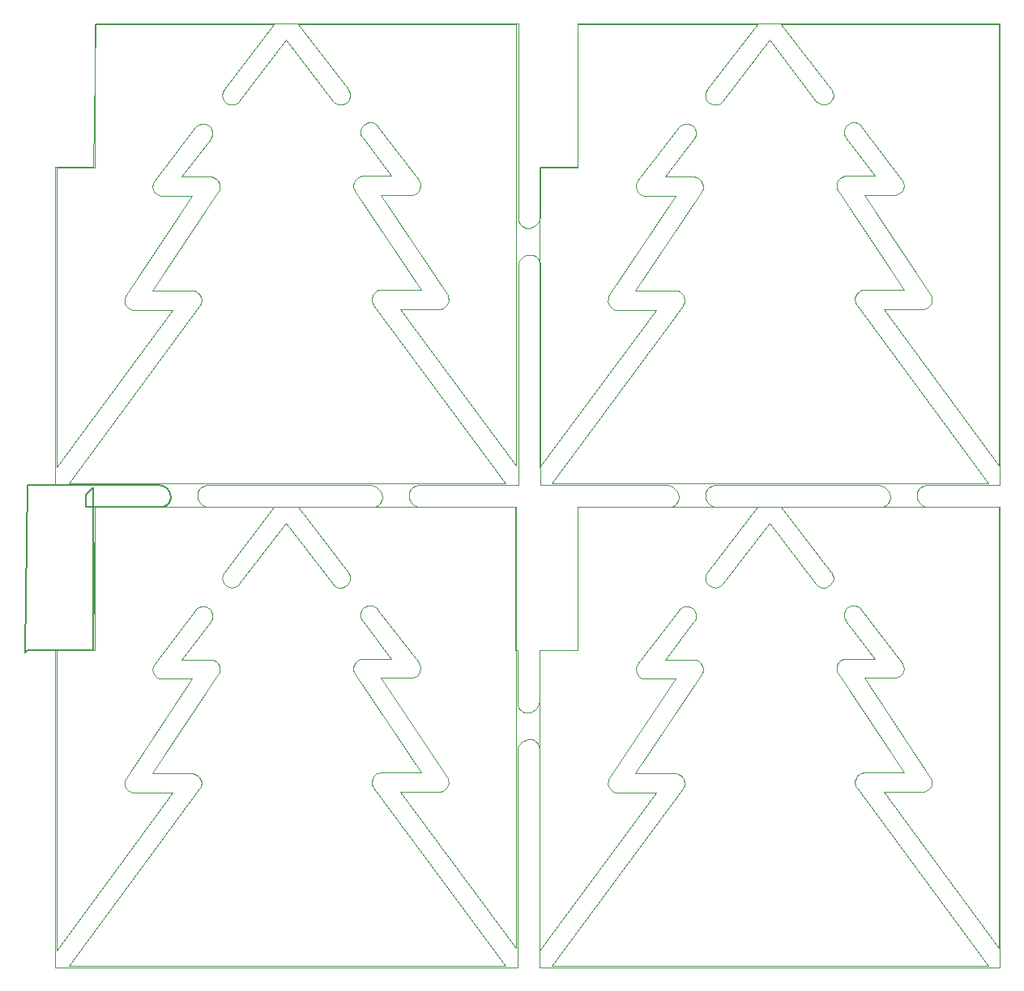
<source format=gm1>
%FSTAX23Y23*%
%MOIN*%
%SFA1B1*%

%IPPOS*%
%ADD33C,0.005000*%
%ADD34C,0.000000*%
%LNpcb_panel_v3-1*%
%LPD*%
G54D33*
X0143Y0289D02*
D01*
D01*
G75*
G03X0147Y0293I0J00040D01*
G74*G01*
D01*
D01*
G75*
G03X0142Y0298I-00050J0D01*
G74*G01*
X0115Y023D02*
Y0297D01*
X0112Y0294D02*
X0115Y0297D01*
X0112Y0289D02*
Y0294D01*
Y0289D02*
X0143D01*
X0141Y0298D02*
X0142D01*
X0135D02*
X0141D01*
X0116D02*
X0135D01*
X0088Y023D02*
X0115D01*
X0087Y0229D02*
X0088Y023D01*
X0087Y0229D02*
X0088Y0298D01*
X0116*
G54D34*
X0193Y0298D02*
X0229D01*
X02294*
X02304Y02978*
X02313Y02974*
X02321Y02968*
X02328Y02961*
X02334Y02953*
X02338Y02944*
X0234Y02934*
Y0293D02*
Y02934D01*
Y0293D02*
D01*
Y02926D02*
Y0293D01*
X02338Y02918D02*
X0234Y02926D01*
X02335Y02911D02*
X02338Y02918D01*
X02331Y02904D02*
X02335Y02911D01*
X02325Y02898D02*
X02331Y02904D01*
X02318Y02894D02*
X02325Y02898D01*
X02311Y02891D02*
X02318Y02894D01*
X02303Y0289D02*
X02311Y02891D01*
X0191Y0289D02*
X02303D01*
X0163D02*
X0191D01*
X01625D02*
X0163D01*
X01615Y02891D02*
X01625Y0289D01*
X01606Y02895D02*
X01615Y02891D01*
X01598Y02901D02*
X01606Y02895D01*
X01591Y02908D02*
X01598Y02901D01*
X01585Y02916D02*
X01591Y02908D01*
X01581Y02925D02*
X01585Y02916D01*
X0158Y02935D02*
X01581Y02925D01*
X0158Y02935D02*
Y0294D01*
Y02943D02*
Y0294D01*
Y02943D02*
X01581Y02951D01*
X01584Y02958*
X01588Y02965*
X01594Y02971*
X01601Y02975*
X01608Y02978*
X01616Y0298*
X0193*
X041D02*
X0438D01*
X04384*
X04394Y02978*
X04403Y02974*
X04411Y02968*
X04418Y02961*
X04424Y02953*
X04428Y02944*
X0443Y02934*
Y0293D02*
Y02934D01*
Y0293D02*
D01*
Y02926D02*
Y0293D01*
X04428Y02918D02*
X0443Y02926D01*
X04425Y02911D02*
X04428Y02918D01*
X04421Y02904D02*
X04425Y02911D01*
X04415Y02898D02*
X04421Y02904D01*
X04408Y02894D02*
X04415Y02898D01*
X04401Y02891D02*
X04408Y02894D01*
X04393Y0289D02*
X04401Y02891D01*
X0408Y0289D02*
X04393D01*
X0372D02*
X0408D01*
X03715D02*
X0372D01*
X03705Y02891D02*
X03715Y0289D01*
X03696Y02895D02*
X03705Y02891D01*
X03688Y02901D02*
X03696Y02895D01*
X03681Y02908D02*
X03688Y02901D01*
X03675Y02916D02*
X03681Y02908D01*
X03671Y02925D02*
X03675Y02916D01*
X0367Y02935D02*
X03671Y02925D01*
X0367Y02935D02*
Y0294D01*
D01*
Y02943D01*
X03671Y02951*
X03674Y02958*
X03678Y02965*
X03684Y02971*
X03691Y02975*
X03698Y02978*
X03706Y0298*
X041*
X02953Y03928D02*
X0296Y03927D01*
X02968Y03924*
X02974Y03919*
X0298Y03914*
X02984Y03907*
X02987Y039*
X02989Y03892*
Y03888D02*
Y03892D01*
Y0298D02*
Y03888D01*
Y0298D02*
X03145D01*
X0351*
X03514*
X03524Y02978*
X03533Y02974*
X03541Y02968*
X03548Y02961*
X03554Y02953*
X03558Y02944*
X0356Y02934*
Y0293D02*
Y02934D01*
Y02926D02*
Y0293D01*
X03558Y02918D02*
X0356Y02926D01*
X03555Y02911D02*
X03558Y02918D01*
X03551Y02904D02*
X03555Y02911D01*
X03545Y02898D02*
X03551Y02904D01*
X03538Y02894D02*
X03545Y02898D01*
X03531Y02891D02*
X03538Y02894D01*
X03523Y0289D02*
X03531Y02891D01*
X03145Y0289D02*
X03523D01*
X03145Y023D02*
Y0289D01*
X02986Y023D02*
X03145D01*
X02986Y02093D02*
Y023D01*
Y02093D02*
Y02088D01*
X02984Y02079D02*
X02986Y02088D01*
X02981Y0207D02*
X02984Y02079D01*
X02975Y02061D02*
X02981Y0207D01*
X02968Y02055D02*
X02975Y02061D01*
X0296Y02049D02*
X02968Y02055D01*
X02951Y02045D02*
X0296Y02049D01*
X02941Y02043D02*
X02951Y02045D01*
X02936Y02043D02*
X02941D01*
X02932D02*
X02936D01*
X02925Y02045D02*
X02932Y02043D01*
X02917Y02048D02*
X02925Y02045D01*
X02911Y02052D02*
X02917Y02048D01*
X02905Y02058D02*
X02911Y02052D01*
X02901Y02064D02*
X02905Y02058D01*
X02898Y02072D02*
X02901Y02064D01*
X02896Y02079D02*
X02898Y02072D01*
X02896Y02079D02*
Y02083D01*
Y023*
X02886D02*
X02896D01*
X02886D02*
Y0289D01*
X025D02*
X02886D01*
X02495D02*
X025D01*
X02485Y02891D02*
X02495Y0289D01*
X02476Y02895D02*
X02485Y02891D01*
X02468Y02901D02*
X02476Y02895D01*
X02461Y02908D02*
X02468Y02901D01*
X02455Y02916D02*
X02461Y02908D01*
X02451Y02925D02*
X02455Y02916D01*
X0245Y02935D02*
X02451Y02925D01*
X0245Y02935D02*
Y0294D01*
Y02943*
X02451Y02951*
X02454Y02958*
X02458Y02965*
X02464Y02971*
X02471Y02975*
X02478Y02978*
X02486Y0298*
X02899*
Y03878*
Y03883D02*
Y03878D01*
Y03883D02*
X02901Y03893D01*
X02904Y03902*
X0291Y0391*
X02917Y03917*
X02925Y03922*
X02934Y03926*
X02944Y03928*
X02949*
X02953*
X04881Y0298D02*
Y04881D01*
X03145D02*
X04881D01*
X03145Y0429D02*
Y04881D01*
X02989Y0429D02*
X03145D01*
X02989Y04088D02*
Y0429D01*
Y04088D02*
Y04083D01*
X02987Y04074D02*
X02989Y04083D01*
X02983Y04064D02*
X02987Y04074D01*
X02977Y04056D02*
X02983Y04064D01*
X02971Y04049D02*
X02977Y04056D01*
X02962Y04044D02*
X02971Y04049D01*
X02953Y0404D02*
X02962Y04044D01*
X02944Y04038D02*
X02953Y0404D01*
X02939Y04038D02*
X02944D01*
X02935D02*
X02939D01*
X02927Y0404D02*
X02935Y04038D01*
X0292Y04043D02*
X02927Y0404D01*
X02913Y04047D02*
X0292Y04043D01*
X02908Y04053D02*
X02913Y04047D01*
X02903Y04059D02*
X02908Y04053D01*
X029Y04066D02*
X02903Y04059D01*
X02899Y04074D02*
X029Y04066D01*
X02899Y04074D02*
Y04078D01*
Y04468*
X029*
Y04881*
X01159D02*
X029D01*
X01151Y04289D02*
X01159Y04881D01*
X00994Y04289D02*
X01151D01*
X00994Y0298D02*
Y04289D01*
Y0298D02*
X0116D01*
X0142*
X01424*
X01434Y02978*
X01443Y02974*
X01451Y02968*
X01458Y02961*
X01464Y02953*
X01468Y02944*
X0147Y02934*
Y0293D02*
Y02934D01*
Y0293D02*
D01*
Y02926D02*
Y0293D01*
X01468Y02918D02*
X0147Y02926D01*
X01465Y02911D02*
X01468Y02918D01*
X01461Y02904D02*
X01465Y02911D01*
X01455Y02898D02*
X01461Y02904D01*
X01448Y02894D02*
X01455Y02898D01*
X01441Y02891D02*
X01448Y02894D01*
X01433Y0289D02*
X01441Y02891D01*
X01158Y0289D02*
X01433D01*
X0115Y023D02*
X01158Y0289D01*
X00994Y023D02*
X0115D01*
X00994Y00994D02*
Y023D01*
Y00994D02*
X02896D01*
Y01883*
Y01888D02*
Y01883D01*
Y01888D02*
X02898Y01898D01*
X02902Y01907*
X02907Y01915*
X02914Y01922*
X02923Y01928*
X02932Y01931*
X02941Y01933*
X02946*
X0295*
X02958Y01932*
X02965Y01929*
X02972Y01924*
X02977Y01919*
X02982Y01912*
X02985Y01905*
X02986Y01897*
Y01893D02*
Y01897D01*
Y00994D02*
Y01893D01*
Y00994D02*
X04881D01*
Y0289*
X0459D02*
X04881D01*
X04585D02*
X0459D01*
X04575Y02891D02*
X04585Y0289D01*
X04566Y02895D02*
X04575Y02891D01*
X04558Y02901D02*
X04566Y02895D01*
X04551Y02908D02*
X04558Y02901D01*
X04545Y02916D02*
X04551Y02908D01*
X04541Y02925D02*
X04545Y02916D01*
X0454Y02935D02*
X04541Y02925D01*
X0454Y02935D02*
Y0294D01*
Y02943D02*
Y0294D01*
Y02943D02*
X04541Y02951D01*
X04544Y02958*
X04548Y02965*
X04554Y02971*
X04561Y02975*
X04568Y02978*
X04576Y0298*
X04881*
X02889Y01073D02*
Y02889D01*
X01994D02*
X02889D01*
X01994D02*
X02199Y02621D01*
D01*
X02201Y02619D01*
X02204Y02613*
X02206Y02607*
X02207Y026*
Y02597D02*
Y026D01*
Y02591D02*
Y02597D01*
X02204Y02579D02*
X02207Y02591D01*
X02196Y02569D02*
X02204Y02579D01*
X02186Y02562D02*
X02196Y02569D01*
X02175Y02558D02*
X02186Y02562D01*
X02162Y02558D02*
X02175Y02558D01*
X02151Y02561D02*
X02162Y02558D01*
X0214Y02568D02*
X02151Y02561D01*
X02137Y02573D02*
X0214Y02568D01*
X01945Y02825D02*
X02137Y02573D01*
X01752D02*
X01945Y02825D01*
X01752Y02573D02*
D01*
X01749Y02569D02*
X01752Y02573D01*
X01741Y02563D02*
X01749Y02569D01*
X01731Y02559D02*
X01741Y02563D01*
X01721Y02557D02*
X01731Y02559D01*
X01711Y02559D02*
X01721Y02557D01*
X01701Y02563D02*
X01711Y02559D01*
X01693Y02569D02*
X01701Y02563D01*
X01687Y02577D02*
X01693Y02569D01*
X01683Y02587D02*
X01687Y02577D01*
X01681Y02597D02*
X01683Y02587D01*
X01681Y02597D02*
X01683Y02607D01*
X01687Y02617*
X0169Y02621*
X01895Y02889*
X01157D02*
X01895D01*
X01157Y02299D02*
Y02889D01*
X01Y02299D02*
X01157D01*
X01Y01064D02*
Y02299D01*
Y01064D02*
X01478Y01713D01*
X01314D02*
X01478D01*
X01304Y01716D02*
X01314Y01713D01*
X01295Y01722D02*
X01304Y01716D01*
X01287Y01729D02*
X01295Y01722D01*
X01282Y01739D02*
X01287Y01729D01*
X0128Y01749D02*
X01282Y01739D01*
X0128Y01749D02*
X01281Y0176D01*
X01284Y0177*
X01287Y01775*
X01558Y02182*
X0143D02*
X01558D01*
X01419Y02185D02*
X0143Y02182D01*
X0141Y02191D02*
X01419Y02185D01*
X01402Y02199D02*
X0141Y02191D01*
X01397Y02209D02*
X01402Y02199D01*
X01395Y02219D02*
X01397Y02209D01*
X01395Y02219D02*
X01396Y0223D01*
X014Y02241*
X01404Y02245*
X01571Y02465*
D01*
X01574Y02469D01*
X01585Y02477*
X01596Y0248*
X01609Y0248*
X0162Y02476*
X0163Y02469*
X01638Y02459*
X01641Y02447*
Y02441D02*
Y02447D01*
Y02437D02*
Y02441D01*
X0164Y02431D02*
X01641Y02437D01*
X01638Y02425D02*
X0164Y02431D01*
X01635Y02419D02*
X01638Y02425D01*
X01633Y02417D02*
X01635Y02419D01*
X01515Y02261D02*
X01633Y02417D01*
X01515Y02261D02*
X01636D01*
X01643Y02259*
X01651Y02256*
X01657Y02252*
X01663Y02246*
X01667Y0224*
X0167Y02233*
X01671Y02225*
Y02221D02*
Y02225D01*
Y02218D02*
Y02221D01*
X0167Y02213D02*
X01671Y02218D01*
X01669Y02207D02*
X0167Y02213D01*
X01666Y02202D02*
X01669Y02207D01*
X01665Y02199D02*
X01666Y02202D01*
X01393Y01792D02*
X01665Y02199D01*
X01393Y01792D02*
X0156D01*
X01568Y01791*
X01575Y01788*
X01581Y01783*
X01587Y01778*
X01591Y01771*
X01594Y01764*
X01596Y01757*
Y01753D02*
Y01757D01*
Y0175D02*
Y01753D01*
X01595Y01743D02*
X01596Y0175D01*
X01593Y01737D02*
X01595Y01743D01*
X0159Y01732D02*
X01593Y01737D01*
X01588Y01729D02*
X0159Y01732D01*
X0105Y01D02*
X01588Y01729D01*
X0105Y01D02*
X02846D01*
X02305Y01733D02*
X02846Y01D01*
X02303Y01736D02*
X02305Y01733D01*
X023Y01741D02*
X02303Y01736D01*
X02298Y01747D02*
X023Y01741D01*
X02297Y01753D02*
X02298Y01747D01*
X02297Y01753D02*
Y01757D01*
Y0176*
X02299Y01768*
X02302Y01775*
X02306Y01782*
X02311Y01787*
X02318Y01792*
X02325Y01794*
X02333Y01796*
X02499*
X02228Y02203D02*
X02499Y01796D01*
X02226Y02206D02*
X02228Y02203D01*
X02224Y02211D02*
X02226Y02206D01*
X02222Y02216D02*
X02224Y02211D01*
X02221Y02222D02*
X02222Y02216D01*
X02221Y02222D02*
Y02225D01*
Y02229*
X02223Y02237*
X02226Y02244*
X0223Y0225*
X02236Y02256*
X02242Y0226*
X02249Y02263*
X02257Y02264*
X02378*
X02259Y02421D02*
X02378Y02264D01*
X02257Y02423D02*
X02259Y02421D01*
X02254Y02429D02*
X02257Y02423D01*
X02252Y02435D02*
X02254Y02429D01*
X02251Y02441D02*
X02252Y02435D01*
X02251Y02441D02*
Y02445D01*
Y02451*
X02255Y02463*
X02262Y02473*
X02272Y0248*
X02284Y02484*
X02296Y02484*
X02308Y0248*
X02318Y02473*
X02322Y02468*
X02489Y02249*
X02492Y02245*
X02496Y02234*
X02497Y02223*
X02495Y02213D02*
X02497Y02223D01*
X0249Y02203D02*
X02495Y02213D01*
X02483Y02195D02*
X0249Y02203D01*
X02474Y02189D02*
X02483Y02195D01*
X02463Y02186D02*
X02474Y02189D01*
X02334Y02186D02*
X02463D01*
X02334D02*
X02606Y01778D01*
X02609Y01774*
X02612Y01764*
X02613Y01753*
X0261Y01743D02*
X02613Y01753D01*
X02605Y01733D02*
X0261Y01743D01*
X02598Y01726D02*
X02605Y01733D01*
X02589Y0172D02*
X02598Y01726D01*
X02578Y01717D02*
X02589Y0172D01*
X02415Y01717D02*
X02578D01*
X02415D02*
X02889Y01073D01*
X04877D02*
Y02889D01*
X03982D02*
X04877D01*
X03982D02*
X04187Y02621D01*
D01*
X04189Y02619D01*
X04192Y02613*
X04195Y02607*
X04196Y026*
Y02597D02*
Y026D01*
Y02591D02*
Y02597D01*
X04192Y02579D02*
X04196Y02591D01*
X04185Y02569D02*
X04192Y02579D01*
X04175Y02562D02*
X04185Y02569D01*
X04163Y02558D02*
X04175Y02562D01*
X04151Y02558D02*
X04163Y02558D01*
X04139Y02561D02*
X04151Y02558D01*
X04129Y02568D02*
X04139Y02561D01*
X04125Y02573D02*
X04129Y02568D01*
X03933Y02825D02*
X04125Y02573D01*
X0374D02*
X03933Y02825D01*
X0374Y02573D02*
D01*
X03737Y02569D02*
X0374Y02573D01*
X03729Y02563D02*
X03737Y02569D01*
X0372Y02559D02*
X03729Y02563D01*
X03709Y02557D02*
X0372Y02559D01*
X03699Y02559D02*
X03709Y02557D01*
X03689Y02563D02*
X03699Y02559D01*
X03681Y02569D02*
X03689Y02563D01*
X03675Y02577D02*
X03681Y02569D01*
X03671Y02587D02*
X03675Y02577D01*
X03669Y02597D02*
X03671Y02587D01*
X03669Y02597D02*
X03671Y02607D01*
X03675Y02617*
X03678Y02621*
X03883Y02889*
X03145D02*
X03883D01*
X03145Y02299D02*
Y02889D01*
X02988Y02299D02*
X03145D01*
X02988Y01064D02*
Y02299D01*
Y01064D02*
X03466Y01713D01*
X03302D02*
X03466D01*
X03292Y01716D02*
X03302Y01713D01*
X03283Y01722D02*
X03292Y01716D01*
X03276Y01729D02*
X03283Y01722D01*
X03271Y01739D02*
X03276Y01729D01*
X03268Y01749D02*
X03271Y01739D01*
X03268Y01749D02*
X03269Y0176D01*
X03272Y0177*
X03275Y01775*
X03547Y02182*
X03418D02*
X03547D01*
X03407Y02185D02*
X03418Y02182D01*
X03398Y02191D02*
X03407Y02185D01*
X0339Y02199D02*
X03398Y02191D01*
X03386Y02209D02*
X0339Y02199D01*
X03384Y02219D02*
X03386Y02209D01*
X03384Y02219D02*
X03385Y0223D01*
X03389Y02241*
X03392Y02245*
X03559Y02465*
D01*
X03563Y02469D01*
X03573Y02477*
X03585Y0248*
X03597Y0248*
X03609Y02476*
X03619Y02469*
X03626Y02459*
X0363Y02447*
Y02441D02*
Y02447D01*
Y02437D02*
Y02441D01*
X03629Y02431D02*
X0363Y02437D01*
X03626Y02425D02*
X03629Y02431D01*
X03623Y02419D02*
X03626Y02425D01*
X03622Y02417D02*
X03623Y02419D01*
X03503Y02261D02*
X03622Y02417D01*
X03503Y02261D02*
X03624D01*
X03632Y02259*
X03639Y02256*
X03645Y02252*
X03651Y02246*
X03655Y0224*
X03658Y02233*
X0366Y02225*
Y02221D02*
Y02225D01*
Y02218D02*
Y02221D01*
X03659Y02213D02*
X0366Y02218D01*
X03657Y02207D02*
X03659Y02213D01*
X03655Y02202D02*
X03657Y02207D01*
X03653Y02199D02*
X03655Y02202D01*
X03381Y01792D02*
X03653Y02199D01*
X03381Y01792D02*
X03548D01*
X03556Y01791*
X03563Y01788*
X03569Y01783*
X03575Y01778*
X03579Y01771*
X03582Y01764*
X03584Y01757*
Y01753D02*
Y01757D01*
Y0175D02*
Y01753D01*
X03583Y01743D02*
X03584Y0175D01*
X03581Y01737D02*
X03583Y01743D01*
X03578Y01732D02*
X03581Y01737D01*
X03576Y01729D02*
X03578Y01732D01*
X03038Y01D02*
X03576Y01729D01*
X03038Y01D02*
X04834D01*
X04293Y01733D02*
X04834Y01D01*
X04291Y01736D02*
X04293Y01733D01*
X04288Y01741D02*
X04291Y01736D01*
X04286Y01747D02*
X04288Y01741D01*
X04285Y01753D02*
X04286Y01747D01*
X04285Y01753D02*
Y01757D01*
Y0176*
X04287Y01768*
X0429Y01775*
X04294Y01782*
X043Y01787*
X04306Y01792*
X04313Y01794*
X04321Y01796*
X04488*
X04216Y02203D02*
X04488Y01796D01*
X04215Y02206D02*
X04216Y02203D01*
X04212Y02211D02*
X04215Y02206D01*
X0421Y02216D02*
X04212Y02211D01*
X0421Y02222D02*
X0421Y02216D01*
X0421Y02222D02*
Y02225D01*
Y02229*
X04211Y02237*
X04214Y02244*
X04218Y0225*
X04224Y02256*
X0423Y0226*
X04237Y02263*
X04245Y02264*
X04366*
X04248Y02421D02*
X04366Y02264D01*
X04246Y02423D02*
X04248Y02421D01*
X04243Y02429D02*
X04246Y02423D01*
X04241Y02435D02*
X04243Y02429D01*
X0424Y02441D02*
X04241Y02435D01*
X0424Y02441D02*
Y02445D01*
Y02451*
X04243Y02463*
X04251Y02473*
X0426Y0248*
X04272Y02484*
X04285Y02484*
X04296Y0248*
X04306Y02473*
X0431Y02468*
X04477Y02249*
X0448Y02245*
X04485Y02234*
X04486Y02223*
X04484Y02213D02*
X04486Y02223D01*
X04479Y02203D02*
X04484Y02213D01*
X04471Y02195D02*
X04479Y02203D01*
X04462Y02189D02*
X04471Y02195D01*
X04451Y02186D02*
X04462Y02189D01*
X04323Y02186D02*
X04451D01*
X04323D02*
X04594Y01778D01*
X04597Y01774*
X046Y01764*
X04601Y01753*
X04599Y01743D02*
X04601Y01753D01*
X04593Y01733D02*
X04599Y01743D01*
X04586Y01726D02*
X04593Y01733D01*
X04577Y0172D02*
X04586Y01726D01*
X04567Y01717D02*
X04577Y0172D01*
X04403Y01717D02*
X04567D01*
X04403D02*
X04877Y01073D01*
X02889Y03061D02*
Y04877D01*
X01994D02*
X02889D01*
X01994D02*
X02199Y04609D01*
D01*
X02201Y04607D01*
X02204Y04601*
X02206Y04595*
X02207Y04589*
Y04585D02*
Y04589D01*
Y04579D02*
Y04585D01*
X02204Y04567D02*
X02207Y04579D01*
X02196Y04557D02*
X02204Y04567D01*
X02186Y0455D02*
X02196Y04557D01*
X02175Y04546D02*
X02186Y0455D01*
X02162Y04546D02*
X02175Y04546D01*
X02151Y04549D02*
X02162Y04546D01*
X0214Y04557D02*
X02151Y04549D01*
X02137Y04561D02*
X0214Y04557D01*
X01945Y04813D02*
X02137Y04561D01*
X01752D02*
X01945Y04813D01*
X01752Y04561D02*
D01*
X01749Y04557D02*
X01752Y04561D01*
X01741Y04551D02*
X01749Y04557D01*
X01731Y04547D02*
X01741Y04551D01*
X01721Y04546D02*
X01731Y04547D01*
X01711Y04547D02*
X01721Y04546D01*
X01701Y04551D02*
X01711Y04547D01*
X01693Y04557D02*
X01701Y04551D01*
X01687Y04565D02*
X01693Y04557D01*
X01683Y04575D02*
X01687Y04565D01*
X01681Y04585D02*
X01683Y04575D01*
X01681Y04585D02*
X01683Y04596D01*
X01687Y04605*
X0169Y04609*
X01895Y04877*
X01157D02*
X01895D01*
X01157Y04287D02*
Y04877D01*
X01Y04287D02*
X01157D01*
X01Y03052D02*
Y04287D01*
Y03052D02*
X01478Y03701D01*
X01314D02*
X01478D01*
X01304Y03704D02*
X01314Y03701D01*
X01295Y0371D02*
X01304Y03704D01*
X01287Y03718D02*
X01295Y0371D01*
X01282Y03727D02*
X01287Y03718D01*
X0128Y03737D02*
X01282Y03727D01*
X0128Y03737D02*
X01281Y03748D01*
X01284Y03758*
X01287Y03763*
X01558Y0417*
X0143D02*
X01558D01*
X01419Y04173D02*
X0143Y0417D01*
X0141Y04179D02*
X01419Y04173D01*
X01402Y04187D02*
X0141Y04179D01*
X01397Y04197D02*
X01402Y04187D01*
X01395Y04208D02*
X01397Y04197D01*
X01395Y04208D02*
X01396Y04219D01*
X014Y04229*
X01404Y04233*
X01571Y04453*
D01*
X01574Y04458D01*
X01585Y04465*
X01596Y04468*
X01609Y04468*
X0162Y04464*
X0163Y04457*
X01638Y04447*
X01641Y04435*
Y04429D02*
Y04435D01*
Y04426D02*
Y04429D01*
X0164Y04419D02*
X01641Y04426D01*
X01638Y04413D02*
X0164Y04419D01*
X01635Y04408D02*
X01638Y04413D01*
X01633Y04405D02*
X01635Y04408D01*
X01515Y04249D02*
X01633Y04405D01*
X01515Y04249D02*
X01636D01*
X01643Y04247*
X01651Y04244*
X01657Y0424*
X01663Y04234*
X01667Y04228*
X0167Y04221*
X01671Y04213*
Y04209D02*
Y04213D01*
Y04206D02*
Y04209D01*
X0167Y04201D02*
X01671Y04206D01*
X01669Y04195D02*
X0167Y04201D01*
X01666Y0419D02*
X01669Y04195D01*
X01665Y04187D02*
X01666Y0419D01*
X01393Y0378D02*
X01665Y04187D01*
X01393Y0378D02*
X0156D01*
X01568Y03779*
X01575Y03776*
X01581Y03771*
X01587Y03766*
X01591Y0376*
X01594Y03752*
X01596Y03745*
Y03741D02*
Y03745D01*
Y03738D02*
Y03741D01*
X01595Y03732D02*
X01596Y03738D01*
X01593Y03726D02*
X01595Y03732D01*
X0159Y0372D02*
X01593Y03726D01*
X01588Y03717D02*
X0159Y0372D01*
X0105Y02988D02*
X01588Y03717D01*
X0105Y02988D02*
X02846D01*
X02305Y03721D02*
X02846Y02988D01*
X02303Y03724D02*
X02305Y03721D01*
X023Y0373D02*
X02303Y03724D01*
X02298Y03735D02*
X023Y0373D01*
X02297Y03742D02*
X02298Y03735D01*
X02297Y03742D02*
Y03745D01*
Y03749*
X02299Y03756*
X02302Y03763*
X02306Y0377*
X02311Y03775*
X02318Y0378*
X02325Y03783*
X02333Y03784*
X02499*
X02228Y04191D02*
X02499Y03784D01*
X02226Y04194D02*
X02228Y04191D01*
X02224Y04199D02*
X02226Y04194D01*
X02222Y04205D02*
X02224Y04199D01*
X02221Y0421D02*
X02222Y04205D01*
X02221Y0421D02*
Y04213D01*
Y04217*
X02223Y04225*
X02226Y04232*
X0223Y04238*
X02236Y04244*
X02242Y04248*
X02249Y04251*
X02257Y04253*
X02378*
X02259Y04409D02*
X02378Y04253D01*
X02257Y04412D02*
X02259Y04409D01*
X02254Y04417D02*
X02257Y04412D01*
X02252Y04423D02*
X02254Y04417D01*
X02251Y0443D02*
X02252Y04423D01*
X02251Y0443D02*
Y04433D01*
Y04439*
X02255Y04451*
X02262Y04461*
X02272Y04468*
X02284Y04472*
X02296Y04472*
X02308Y04469*
X02318Y04462*
X02322Y04457*
X02489Y04237*
X02492Y04233*
X02496Y04222*
X02497Y04212*
X02495Y04201D02*
X02497Y04212D01*
X0249Y04191D02*
X02495Y04201D01*
X02483Y04183D02*
X0249Y04191D01*
X02474Y04177D02*
X02483Y04183D01*
X02463Y04174D02*
X02474Y04177D01*
X02334Y04174D02*
X02463D01*
X02334D02*
X02606Y03767D01*
X02609Y03762*
X02612Y03752*
X02613Y03741*
X0261Y03731D02*
X02613Y03741D01*
X02605Y03721D02*
X0261Y03731D01*
X02598Y03714D02*
X02605Y03721D01*
X02589Y03708D02*
X02598Y03714D01*
X02578Y03705D02*
X02589Y03708D01*
X02415Y03705D02*
X02578D01*
X02415D02*
X02889Y03061D01*
X04877D02*
Y04877D01*
X03982D02*
X04877D01*
X03982D02*
X04187Y04609D01*
D01*
X04189Y04607D01*
X04192Y04601*
X04195Y04595*
X04196Y04589*
Y04585D02*
Y04589D01*
Y04579D02*
Y04585D01*
X04192Y04567D02*
X04196Y04579D01*
X04185Y04557D02*
X04192Y04567D01*
X04175Y0455D02*
X04185Y04557D01*
X04163Y04546D02*
X04175Y0455D01*
X04151Y04546D02*
X04163Y04546D01*
X04139Y04549D02*
X04151Y04546D01*
X04129Y04557D02*
X04139Y04549D01*
X04125Y04561D02*
X04129Y04557D01*
X03933Y04813D02*
X04125Y04561D01*
X0374D02*
X03933Y04813D01*
X0374Y04561D02*
D01*
X03737Y04557D02*
X0374Y04561D01*
X03729Y04551D02*
X03737Y04557D01*
X0372Y04547D02*
X03729Y04551D01*
X03709Y04546D02*
X0372Y04547D01*
X03699Y04547D02*
X03709Y04546D01*
X03689Y04551D02*
X03699Y04547D01*
X03681Y04557D02*
X03689Y04551D01*
X03675Y04565D02*
X03681Y04557D01*
X03671Y04575D02*
X03675Y04565D01*
X03669Y04585D02*
X03671Y04575D01*
X03669Y04585D02*
X03671Y04596D01*
X03675Y04605*
X03678Y04609*
X03883Y04877*
X03145D02*
X03883D01*
X03145Y04287D02*
Y04877D01*
X02988Y04287D02*
X03145D01*
X02988Y03052D02*
Y04287D01*
Y03052D02*
X03466Y03701D01*
X03302D02*
X03466D01*
X03292Y03704D02*
X03302Y03701D01*
X03283Y0371D02*
X03292Y03704D01*
X03276Y03718D02*
X03283Y0371D01*
X03271Y03727D02*
X03276Y03718D01*
X03268Y03737D02*
X03271Y03727D01*
X03268Y03737D02*
X03269Y03748D01*
X03272Y03758*
X03275Y03763*
X03547Y0417*
X03418D02*
X03547D01*
X03407Y04173D02*
X03418Y0417D01*
X03398Y04179D02*
X03407Y04173D01*
X0339Y04187D02*
X03398Y04179D01*
X03386Y04197D02*
X0339Y04187D01*
X03384Y04208D02*
X03386Y04197D01*
X03384Y04208D02*
X03385Y04219D01*
X03389Y04229*
X03392Y04233*
X03559Y04453*
D01*
X03563Y04458D01*
X03573Y04465*
X03585Y04468*
X03597Y04468*
X03609Y04464*
X03619Y04457*
X03626Y04447*
X0363Y04435*
Y04429D02*
Y04435D01*
Y04426D02*
Y04429D01*
X03629Y04419D02*
X0363Y04426D01*
X03626Y04413D02*
X03629Y04419D01*
X03623Y04408D02*
X03626Y04413D01*
X03622Y04405D02*
X03623Y04408D01*
X03503Y04249D02*
X03622Y04405D01*
X03503Y04249D02*
X03624D01*
X03632Y04247*
X03639Y04244*
X03645Y0424*
X03651Y04234*
X03655Y04228*
X03658Y04221*
X0366Y04213*
Y04209D02*
Y04213D01*
Y04206D02*
Y04209D01*
X03659Y04201D02*
X0366Y04206D01*
X03657Y04195D02*
X03659Y04201D01*
X03655Y0419D02*
X03657Y04195D01*
X03653Y04187D02*
X03655Y0419D01*
X03381Y0378D02*
X03653Y04187D01*
X03381Y0378D02*
X03548D01*
X03556Y03779*
X03563Y03776*
X03569Y03771*
X03575Y03766*
X03579Y0376*
X03582Y03752*
X03584Y03745*
Y03741D02*
Y03745D01*
Y03738D02*
Y03741D01*
X03583Y03732D02*
X03584Y03738D01*
X03581Y03726D02*
X03583Y03732D01*
X03578Y0372D02*
X03581Y03726D01*
X03576Y03717D02*
X03578Y0372D01*
X03038Y02988D02*
X03576Y03717D01*
X03038Y02988D02*
X04834D01*
X04293Y03721D02*
X04834Y02988D01*
X04291Y03724D02*
X04293Y03721D01*
X04288Y0373D02*
X04291Y03724D01*
X04286Y03735D02*
X04288Y0373D01*
X04285Y03742D02*
X04286Y03735D01*
X04285Y03742D02*
Y03745D01*
Y03749*
X04287Y03756*
X0429Y03763*
X04294Y0377*
X043Y03775*
X04306Y0378*
X04313Y03783*
X04321Y03784*
X04488*
X04216Y04191D02*
X04488Y03784D01*
X04215Y04194D02*
X04216Y04191D01*
X04212Y04199D02*
X04215Y04194D01*
X0421Y04205D02*
X04212Y04199D01*
X0421Y0421D02*
X0421Y04205D01*
X0421Y0421D02*
Y04213D01*
Y04217*
X04211Y04225*
X04214Y04232*
X04218Y04238*
X04224Y04244*
X0423Y04248*
X04237Y04251*
X04245Y04253*
X04366*
X04248Y04409D02*
X04366Y04253D01*
X04246Y04412D02*
X04248Y04409D01*
X04243Y04417D02*
X04246Y04412D01*
X04241Y04423D02*
X04243Y04417D01*
X0424Y0443D02*
X04241Y04423D01*
X0424Y0443D02*
Y04433D01*
Y04439*
X04243Y04451*
X04251Y04461*
X0426Y04468*
X04272Y04472*
X04285Y04472*
X04296Y04469*
X04306Y04462*
X0431Y04457*
X04477Y04237*
X0448Y04233*
X04485Y04222*
X04486Y04212*
X04484Y04201D02*
X04486Y04212D01*
X04479Y04191D02*
X04484Y04201D01*
X04471Y04183D02*
X04479Y04191D01*
X04462Y04177D02*
X04471Y04183D01*
X04451Y04174D02*
X04462Y04177D01*
X04323Y04174D02*
X04451D01*
X04323D02*
X04594Y03767D01*
X04597Y03762*
X046Y03752*
X04601Y03741*
X04599Y03731D02*
X04601Y03741D01*
X04593Y03721D02*
X04599Y03731D01*
X04586Y03714D02*
X04593Y03721D01*
X04577Y03708D02*
X04586Y03714D01*
X04567Y03705D02*
X04577Y03708D01*
X04403Y03705D02*
X04567D01*
X04403D02*
X04877Y03061D01*
M02*
</source>
